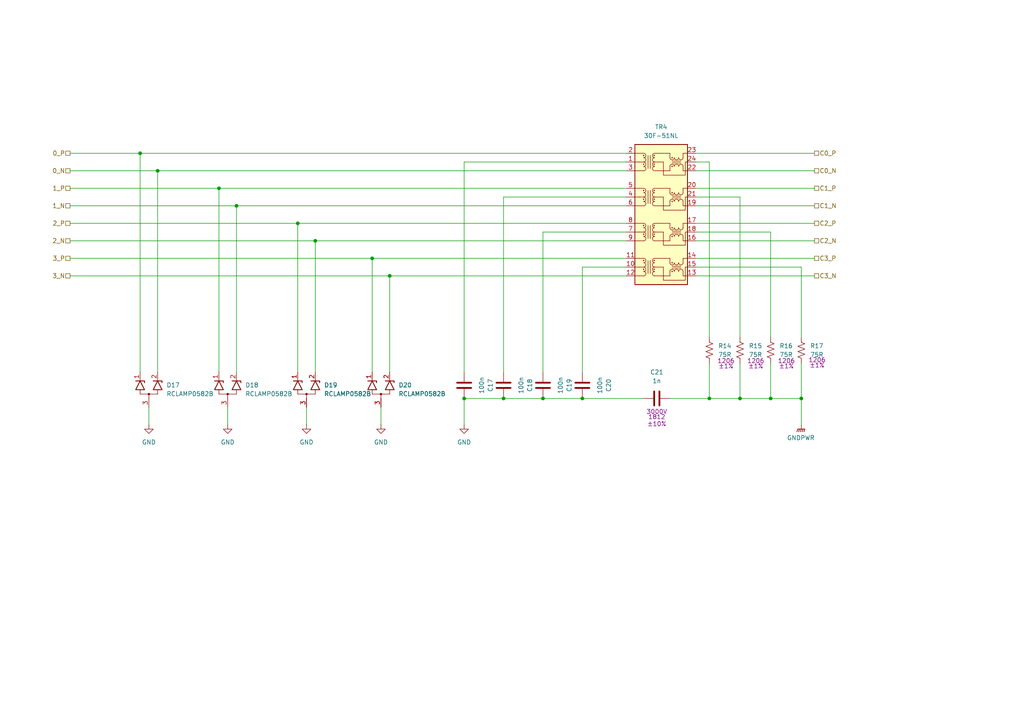
<source format=kicad_sch>
(kicad_sch (version 20250114) (generator "eeschema") (generator_version "9.0")
  (paper "A4")
  (lib_symbols
    (symbol "Device:C" (pin_numbers (hide yes)) (pin_names (offset 0.254))
      (property "Reference" "C" (at 0.635 2.54 0))
      (property "Value" "C" (at 0.635 -2.54 0))
      (symbol "C_0_1"
        (polyline (pts (xy -2.032 0.762) (xy 2.032 0.762)) (stroke (width 0.508)))
        (polyline (pts (xy -2.032 -0.762) (xy 2.032 -0.762)) (stroke (width 0.508)))
      )
      (symbol "C_1_1"
        (pin passive line (at 0 3.81 270) (length 2.794) (name "~") (number "1"))
        (pin passive line (at 0 -3.81 90) (length 2.794) (name "~") (number "2"))
      )
    )
    (symbol "Device:R_US" (pin_numbers (hide yes)) (pin_names (offset 0))
      (property "Reference" "R" (at 2.54 0 90))
      (property "Value" "R_US" (at -2.54 0 90))
      (symbol "R_US_0_1"
        (polyline (pts (xy 0 2.286) (xy 0 2.54)))
        (polyline (pts (xy 0 2.286) (xy 1.016 1.905) (xy 0 1.524) (xy -1.016 1.143) (xy 0 0.762)))
        (polyline (pts (xy 0 0.762) (xy 1.016 0.381) (xy 0 0) (xy -1.016 -0.381) (xy 0 -0.762)))
        (polyline (pts (xy 0 -0.762) (xy 1.016 -1.143) (xy 0 -1.524) (xy -1.016 -1.905) (xy 0 -2.286)))
        (polyline (pts (xy 0 -2.286) (xy 0 -2.54)))
      )
      (symbol "R_US_1_1"
        (pin passive line (at 0 3.81 270) (length 1.27) (name "~") (number "1"))
        (pin passive line (at 0 -3.81 90) (length 1.27) (name "~") (number "2"))
      )
    )
    (symbol "Power_Protection:RCLAMP0582B" (pin_names (hide yes))
      (property "Reference" "D" (at 0 5.08 0))
      (property "Value" "RCLAMP0582B" (at 0 -5.08 0))
      (symbol "RCLAMP0582B_0_1"
        (polyline (pts (xy -2.54 0) (xy -1.27 0)))
        (polyline (pts (xy -1.27 2.54) (xy -1.27 -2.54)))
        (polyline (pts (xy 0 2.54) (xy -1.27 2.54)) (stroke (width 0.1524)))
        (polyline (pts (xy 0 1.27) (xy 0 3.81) (xy 2.54 2.54) (xy 0 1.27)) (stroke (width 0.254)))
        (polyline (pts (xy 2.54 3.81) (xy 2.54 1.27) (xy 2.032 1.27)) (stroke (width 0.254)))
        (pin passive line (at -5.08 0 0) (length 2.54) (name "A") (number "3"))
      )
      (symbol "RCLAMP0582B_1_1"
        (circle (center -1.27 0) (radius 0.254) (fill (type outline)))
        (polyline (pts (xy 0 -2.54) (xy -1.27 -2.54)) (stroke (width 0.1524)))
        (polyline (pts (xy 0 -3.81) (xy 0 -1.27) (xy 2.54 -2.54) (xy 0 -3.81)) (stroke (width 0.254)))
        (polyline (pts (xy 2.54 -1.27) (xy 2.54 -3.81) (xy 2.032 -3.81)) (stroke (width 0.254)))
        (pin passive line (at 5.08 2.54 180) (length 2.54) (name "K1") (number "1"))
        (pin passive line (at 5.08 -2.54 180) (length 2.54) (name "K2") (number "2"))
      )
    )
    (symbol "Transformer:30F-51NL" (pin_names (offset 1.016) (hide yes))
      (property "Reference" "TR" (at -6.35 21.59 0))
      (property "Value" "30F-51NL" (at 2.54 21.59 0))
      (symbol "30F-51NL_0_1"
        (rectangle (start -7.62 20.32) (end 7.62 -20.32) (stroke (width 0.254)) (fill (type background)))
        (polyline (pts (xy 0.635 15.24) (xy 0.635 11.43) (xy 6.985 11.43) (xy 6.985 15.24) (xy 7.62 15.24)))
        (polyline (pts (xy 0.635 5.08) (xy 0.635 1.27) (xy 6.985 1.27) (xy 6.985 5.08) (xy 7.62 5.08)))
        (polyline (pts (xy 0.635 -5.08) (xy 0.635 -8.89) (xy 6.985 -8.89) (xy 6.985 -5.08) (xy 7.62 -5.08)))
        (polyline (pts (xy 0.635 -15.24) (xy 0.635 -19.05) (xy 6.985 -19.05) (xy 6.985 -15.24) (xy 7.62 -15.24)))
        (polyline (pts (xy 2.54 17.78) (xy 2.54 16.51)))
        (polyline (pts (xy 2.54 13.97) (xy 2.54 12.7)))
        (polyline (pts (xy 2.54 7.62) (xy 2.54 6.35)))
        (polyline (pts (xy 2.54 3.81) (xy 2.54 2.54)))
        (polyline (pts (xy 2.54 -2.54) (xy 2.54 -3.81)))
        (polyline (pts (xy 2.54 -6.35) (xy 2.54 -7.62)))
        (polyline (pts (xy 2.54 -12.7) (xy 2.54 -13.97)))
        (polyline (pts (xy 2.54 -16.51) (xy 2.54 -17.78)))
        (polyline (pts (xy 6.35 16.51) (xy 6.35 17.78)))
        (polyline (pts (xy 6.35 12.7) (xy 6.35 13.97)))
        (polyline (pts (xy 6.35 6.35) (xy 6.35 7.62)))
        (polyline (pts (xy 6.35 2.54) (xy 6.35 3.81)))
        (polyline (pts (xy 6.35 -3.81) (xy 6.35 -2.54)))
        (polyline (pts (xy 6.35 -7.62) (xy 6.35 -6.35)))
        (polyline (pts (xy 6.35 -13.97) (xy 6.35 -12.7)))
        (polyline (pts (xy 6.35 -17.78) (xy 6.35 -16.51)))
        (polyline (pts (xy 7.62 15.24) (xy 7.62 15.24)))
        (pin passive line (at -10.16 17.78 0) (length 2.54) (name "TD1+") (number "2"))
        (pin passive line (at -10.16 15.24 0) (length 2.54) (name "CT") (number "1"))
        (pin passive line (at -10.16 12.7 0) (length 2.54) (name "TD1-") (number "3"))
        (pin passive line (at -10.16 7.62 0) (length 2.54) (name "TD2+") (number "5"))
        (pin passive line (at -10.16 5.08 0) (length 2.54) (name "CT") (number "4"))
        (pin passive line (at -10.16 2.54 0) (length 2.54) (name "TD2-") (number "6"))
        (pin passive line (at -10.16 -2.54 0) (length 2.54) (name "TD3+") (number "8"))
        (pin passive line (at -10.16 -5.08 0) (length 2.54) (name "CT") (number "7"))
        (pin passive line (at -10.16 -7.62 0) (length 2.54) (name "TD3-") (number "9"))
        (pin passive line (at -10.16 -12.7 0) (length 2.54) (name "TD4+") (number "11"))
        (pin passive line (at -10.16 -15.24 0) (length 2.54) (name "CT") (number "10"))
        (pin passive line (at -10.16 -17.78 0) (length 2.54) (name "TD4-") (number "12"))
        (pin passive line (at 10.16 17.78 180) (length 2.54) (name "MX1+") (number "23"))
        (pin passive line (at 10.16 15.24 180) (length 2.54) (name "CT") (number "24"))
        (pin passive line (at 10.16 12.7 180) (length 2.54) (name "MX1-") (number "22"))
        (pin passive line (at 10.16 7.62 180) (length 2.54) (name "MX2+") (number "20"))
        (pin passive line (at 10.16 5.08 180) (length 2.54) (name "CT") (number "21"))
        (pin passive line (at 10.16 2.54 180) (length 2.54) (name "MX2-") (number "19"))
        (pin passive line (at 10.16 -2.54 180) (length 2.54) (name "MX3+") (number "17"))
        (pin passive line (at 10.16 -5.08 180) (length 2.54) (name "CT") (number "18"))
        (pin passive line (at 10.16 -7.62 180) (length 2.54) (name "MX3-") (number "16"))
        (pin passive line (at 10.16 -12.7 180) (length 2.54) (name "MX4+") (number "14"))
        (pin passive line (at 10.16 -15.24 180) (length 2.54) (name "CT") (number "15"))
        (pin passive line (at 10.16 -17.78 180) (length 2.54) (name "MX4-") (number "13"))
      )
      (symbol "30F-51NL_1_1"
        (polyline (pts (xy -7.62 17.78) (xy -6.35 17.78)))
        (polyline (pts (xy -7.62 15.24) (xy -6.35 15.24)))
        (polyline (pts (xy -7.62 12.7) (xy -6.35 12.7)))
        (polyline (pts (xy -7.62 7.62) (xy -6.35 7.62)))
        (polyline (pts (xy -7.62 5.08) (xy -6.35 5.08)))
        (polyline (pts (xy -7.62 2.54) (xy -6.35 2.54)))
        (polyline (pts (xy -7.62 -2.54) (xy -6.35 -2.54)))
        (polyline (pts (xy -7.62 -5.08) (xy -6.35 -5.08)))
        (polyline (pts (xy -7.62 -7.62) (xy -6.35 -7.62)))
        (polyline (pts (xy -7.62 -12.7) (xy -6.35 -12.7)))
        (polyline (pts (xy -7.62 -15.24) (xy -6.35 -15.24)))
        (polyline (pts (xy -7.62 -17.78) (xy -6.35 -17.78)))
        (polyline (pts (xy -6.35 17.78) (xy -5.08 17.78)))
        (polyline (pts (xy -6.35 15.24) (xy -5.08 15.24)))
        (polyline (pts (xy -6.35 12.7) (xy -5.08 12.7)))
        (polyline (pts (xy -6.35 7.62) (xy -5.08 7.62)))
        (polyline (pts (xy -6.35 5.08) (xy -5.08 5.08)))
        (polyline (pts (xy -6.35 2.54) (xy -5.08 2.54)))
        (polyline (pts (xy -6.35 -2.54) (xy -5.08 -2.54)))
        (polyline (pts (xy -6.35 -5.08) (xy -5.08 -5.08)))
        (polyline (pts (xy -6.35 -7.62) (xy -5.08 -7.62)))
        (polyline (pts (xy -6.35 -12.7) (xy -5.08 -12.7)))
        (polyline (pts (xy -6.35 -15.24) (xy -5.08 -15.24)))
        (polyline (pts (xy -6.35 -17.78) (xy -5.08 -17.78)))
        (arc (start -5.08 17.78) (mid -4.4477 17.145) (end -5.08 16.51))
        (arc (start -5.08 16.51) (mid -4.4477 15.875) (end -5.08 15.24))
        (arc (start -5.08 15.24) (mid -4.4477 14.605) (end -5.08 13.97))
        (arc (start -5.08 13.97) (mid -4.4477 13.335) (end -5.08 12.7))
        (arc (start -5.08 7.62) (mid -4.4477 6.985) (end -5.08 6.35))
        (arc (start -5.08 6.35) (mid -4.4477 5.715) (end -5.08 5.08))
        (arc (start -5.08 5.08) (mid -4.4477 4.445) (end -5.08 3.81))
        (arc (start -5.08 3.81) (mid -4.4477 3.175) (end -5.08 2.54))
        (arc (start -5.08 -2.54) (mid -4.4477 -3.175) (end -5.08 -3.81))
        (arc (start -5.08 -3.81) (mid -4.4477 -4.445) (end -5.08 -5.08))
        (arc (start -5.08 -5.08) (mid -4.4477 -5.715) (end -5.08 -6.35))
        (arc (start -5.08 -6.35) (mid -4.4477 -6.985) (end -5.08 -7.62))
        (arc (start -5.08 -12.7) (mid -4.4477 -13.335) (end -5.08 -13.97))
        (arc (start -5.08 -13.97) (mid -4.4477 -14.605) (end -5.08 -15.24))
        (arc (start -5.08 -15.24) (mid -4.4477 -15.875) (end -5.08 -16.51))
        (arc (start -5.08 -16.51) (mid -4.4477 -17.145) (end -5.08 -17.78))
        (circle (center -5.08 17.145) (radius 0.127))
        (circle (center -5.08 14.605) (radius 0.127))
        (circle (center -5.08 6.985) (radius 0.127))
        (circle (center -5.08 4.445) (radius 0.127))
        (circle (center -5.08 -3.175) (radius 0.127))
        (circle (center -5.08 -5.715) (radius 0.127))
        (circle (center -5.08 -13.335) (radius 0.127))
        (circle (center -5.08 -15.875) (radius 0.127))
        (polyline (pts (xy -3.81 13.335) (xy -3.81 17.145)))
        (polyline (pts (xy -3.81 3.175) (xy -3.81 6.985)))
        (polyline (pts (xy -3.81 -6.985) (xy -3.81 -3.175)))
        (polyline (pts (xy -3.81 -17.145) (xy -3.81 -13.335)))
        (polyline (pts (xy -3.175 13.335) (xy -3.175 17.145)))
        (polyline (pts (xy -3.175 3.175) (xy -3.175 6.985)))
        (polyline (pts (xy -3.175 -6.985) (xy -3.175 -3.175)))
        (polyline (pts (xy -3.175 -17.145) (xy -3.175 -13.335)))
        (circle (center -2.032 17.145) (radius 0.127))
        (circle (center -2.032 14.605) (radius 0.127))
        (circle (center -2.032 6.985) (radius 0.127))
        (circle (center -2.032 4.445) (radius 0.127))
        (circle (center -2.032 -3.175) (radius 0.127))
        (circle (center -2.032 -5.715) (radius 0.127))
        (circle (center -2.032 -13.335) (radius 0.127))
        (circle (center -2.032 -15.875) (radius 0.127))
        (arc (start -1.905 16.51) (mid -2.5373 17.145) (end -1.905 17.78))
        (arc (start -1.905 15.24) (mid -2.5373 15.875) (end -1.905 16.51))
        (arc (start -1.905 13.97) (mid -2.5373 14.605) (end -1.905 15.24))
        (arc (start -1.905 12.7) (mid -2.5373 13.335) (end -1.905 13.97))
        (arc (start -1.905 6.35) (mid -2.5373 6.985) (end -1.905 7.62))
        (arc (start -1.905 5.08) (mid -2.5373 5.715) (end -1.905 6.35))
        (arc (start -1.905 3.81) (mid -2.5373 4.445) (end -1.905 5.08))
        (arc (start -1.905 2.54) (mid -2.5373 3.175) (end -1.905 3.81))
        (arc (start -1.905 -3.81) (mid -2.5373 -3.175) (end -1.905 -2.54))
        (arc (start -1.905 -5.08) (mid -2.5373 -4.445) (end -1.905 -3.81))
        (arc (start -1.905 -6.35) (mid -2.5373 -5.715) (end -1.905 -5.08))
        (arc (start -1.905 -7.62) (mid -2.5373 -6.985) (end -1.905 -6.35))
        (arc (start -1.905 -13.97) (mid -2.5373 -13.335) (end -1.905 -12.7))
        (arc (start -1.905 -15.24) (mid -2.5373 -14.605) (end -1.905 -13.97))
        (arc (start -1.905 -16.51) (mid -2.5373 -15.875) (end -1.905 -15.24))
        (arc (start -1.905 -17.78) (mid -2.5373 -17.145) (end -1.905 -16.51))
        (polyline (pts (xy 0.635 15.24) (xy -1.905 15.24)))
        (polyline (pts (xy 0.635 5.08) (xy -1.905 5.08)))
        (polyline (pts (xy 0.635 -5.08) (xy -1.905 -5.08)))
        (polyline (pts (xy 0.635 -15.24) (xy -1.905 -15.24)))
        (polyline (pts (xy 2.54 17.78) (xy -1.905 17.78)))
        (polyline (pts (xy 2.54 12.7) (xy -1.905 12.7)))
        (polyline (pts (xy 2.54 7.62) (xy -1.905 7.62)))
        (polyline (pts (xy 2.54 2.54) (xy -1.905 2.54)))
        (polyline (pts (xy 2.54 -2.54) (xy -1.905 -2.54)))
        (polyline (pts (xy 2.54 -7.62) (xy -1.905 -7.62)))
        (polyline (pts (xy 2.54 -12.7) (xy -1.905 -12.7)))
        (polyline (pts (xy 2.54 -17.78) (xy -1.905 -17.78)))
        (arc (start 3.81 16.51) (mid 3.175 15.8777) (end 2.54 16.51))
        (circle (center 3.175 16.51) (radius 0.127))
        (circle (center 3.175 13.97) (radius 0.127))
        (arc (start 2.54 13.97) (mid 3.175 14.6023) (end 3.81 13.97))
        (arc (start 3.81 6.35) (mid 3.175 5.7177) (end 2.54 6.35))
        (circle (center 3.175 6.35) (radius 0.127))
        (circle (center 3.175 3.81) (radius 0.127))
        (arc (start 2.54 3.81) (mid 3.175 4.4423) (end 3.81 3.81))
        (arc (start 3.81 -3.81) (mid 3.175 -4.4423) (end 2.54 -3.81))
        (circle (center 3.175 -3.81) (radius 0.127))
        (circle (center 3.175 -6.35) (radius 0.127))
        (arc (start 2.54 -6.35) (mid 3.175 -5.7177) (end 3.81 -6.35))
        (arc (start 3.81 -13.97) (mid 3.175 -14.6023) (end 2.54 -13.97))
        (circle (center 3.175 -13.97) (radius 0.127))
        (circle (center 3.175 -16.51) (radius 0.127))
        (arc (start 2.54 -16.51) (mid 3.175 -15.8777) (end 3.81 -16.51))
        (arc (start 5.08 16.51) (mid 4.445 15.8777) (end 3.81 16.51))
        (arc (start 3.81 13.97) (mid 4.445 14.6023) (end 5.08 13.97))
        (arc (start 5.08 6.35) (mid 4.445 5.7177) (end 3.81 6.35))
        (arc (start 3.81 3.81) (mid 4.445 4.4423) (end 5.08 3.81))
        (arc (start 5.08 -3.81) (mid 4.445 -4.4423) (end 3.81 -3.81))
        (arc (start 3.81 -6.35) (mid 4.445 -5.7177) (end 5.08 -6.35))
        (arc (start 5.08 -13.97) (mid 4.445 -14.6023) (end 3.81 -13.97))
        (arc (start 3.81 -16.51) (mid 4.445 -15.8777) (end 5.08 -16.51))
        (arc (start 6.35 16.51) (mid 5.715 15.8777) (end 5.08 16.51))
        (polyline (pts (xy 5.715 15.494) (xy 3.175 15.494)))
        (polyline (pts (xy 5.715 14.986) (xy 3.175 14.986)))
        (arc (start 5.08 13.97) (mid 5.715 14.6023) (end 6.35 13.97))
        (arc (start 6.35 6.35) (mid 5.715 5.7177) (end 5.08 6.35))
        (polyline (pts (xy 5.715 5.334) (xy 3.175 5.334)))
        (polyline (pts (xy 5.715 4.826) (xy 3.175 4.826)))
        (arc (start 5.08 3.81) (mid 5.715 4.4423) (end 6.35 3.81))
        (arc (start 6.35 -3.81) (mid 5.715 -4.4423) (end 5.08 -3.81))
        (polyline (pts (xy 5.715 -4.826) (xy 3.175 -4.826)))
        (polyline (pts (xy 5.715 -5.334) (xy 3.175 -5.334)))
        (arc (start 5.08 -6.35) (mid 5.715 -5.7177) (end 6.35 -6.35))
        (arc (start 6.35 -13.97) (mid 5.715 -14.6023) (end 5.08 -13.97))
        (polyline (pts (xy 5.715 -14.986) (xy 3.175 -14.986)))
        (polyline (pts (xy 5.715 -15.494) (xy 3.175 -15.494)))
        (arc (start 5.08 -16.51) (mid 5.715 -15.8777) (end 6.35 -16.51))
        (polyline (pts (xy 7.62 17.78) (xy 6.35 17.78)))
        (polyline (pts (xy 7.62 12.7) (xy 6.35 12.7)))
        (polyline (pts (xy 7.62 7.62) (xy 6.35 7.62)))
        (polyline (pts (xy 7.62 2.54) (xy 6.35 2.54)))
        (polyline (pts (xy 7.62 -2.54) (xy 6.35 -2.54)))
        (polyline (pts (xy 7.62 -7.62) (xy 6.35 -7.62)))
        (polyline (pts (xy 7.62 -12.7) (xy 6.35 -12.7)))
        (polyline (pts (xy 7.62 -17.78) (xy 6.35 -17.78)))
      )
    )
    (symbol "power:GND" (power) (pin_numbers (hide yes)) (pin_names (offset 0) (hide yes))
      (property "Value" "GND" (at 0 -3.81 0))
      (symbol "GND_0_1"
        (polyline (pts (xy 0 0) (xy 0 -1.27) (xy 1.27 -1.27) (xy 0 -2.54) (xy -1.27 -1.27) (xy 0 -1.27)))
      )
      (symbol "GND_1_1"
        (pin power_in line (at 0 0 270) (length 0) (name "~") (number "1"))
      )
    )
    (symbol "power:GNDPWR" (power) (pin_numbers (hide yes)) (pin_names (offset 0) (hide yes))
      (property "Value" "GNDPWR" (at 0 -3.302 0))
      (symbol "GNDPWR_0_1"
        (polyline (pts (xy -1.016 -1.27) (xy -1.27 -2.032) (xy -1.27 -2.032)) (stroke (width 0.2032)))
        (polyline (pts (xy -0.508 -1.27) (xy -0.762 -2.032) (xy -0.762 -2.032)) (stroke (width 0.2032)))
        (polyline (pts (xy 0 -1.27) (xy 0 0)))
        (polyline (pts (xy 0 -1.27) (xy -0.254 -2.032) (xy -0.254 -2.032)) (stroke (width 0.2032)))
        (polyline (pts (xy 0.508 -1.27) (xy 0.254 -2.032) (xy 0.254 -2.032)) (stroke (width 0.2032)))
        (polyline (pts (xy 1.016 -1.27) (xy -1.016 -1.27) (xy -1.016 -1.27)) (stroke (width 0.2032)))
        (polyline (pts (xy 1.016 -1.27) (xy 0.762 -2.032) (xy 0.762 -2.032) (xy 0.762 -2.032)) (stroke (width 0.2032)))
      )
      (symbol "GNDPWR_1_1"
        (pin power_in line (at 0 0 270) (length 0) (name "~") (number "1"))
      )
    )
  )
  (junction (at 157.48 115.57))
  (junction (at 63.5 54.61))
  (junction (at 40.64 44.45))
  (junction (at 91.44 69.85))
  (junction (at 107.95 74.93))
  (junction (at 205.74 115.57))
  (junction (at 223.52 115.57))
  (junction (at 214.63 115.57))
  (junction (at 45.72 49.53))
  (junction (at 168.91 115.57))
  (junction (at 134.62 115.57))
  (junction (at 232.41 115.57))
  (junction (at 68.58 59.69))
  (junction (at 86.36 64.77))
  (junction (at 113.03 80.01))
  (junction (at 146.05 115.57))
  (wire (pts (xy 63.5 54.61) (xy 63.5 107.95)))
  (wire (pts (xy 186.69 115.57) (xy 168.91 115.57)))
  (wire (pts (xy 232.41 97.79) (xy 232.41 77.47)))
  (wire (pts (xy 194.31 115.57) (xy 205.74 115.57)))
  (wire (pts (xy 201.93 59.69) (xy 236.22 59.69)))
  (wire (pts (xy 20.32 44.45) (xy 40.64 44.45)))
  (wire (pts (xy 146.05 57.15) (xy 181.61 57.15)))
  (wire (pts (xy 43.18 118.11) (xy 43.18 123.19)))
  (wire (pts (xy 201.93 44.45) (xy 236.22 44.45)))
  (wire (pts (xy 201.93 80.01) (xy 236.22 80.01)))
  (wire (pts (xy 107.95 74.93) (xy 107.95 107.95)))
  (wire (pts (xy 91.44 107.95) (xy 91.44 69.85)))
  (wire (pts (xy 232.41 105.41) (xy 232.41 115.57)))
  (wire (pts (xy 223.52 67.31) (xy 201.93 67.31)))
  (wire (pts (xy 20.32 74.93) (xy 107.95 74.93)))
  (wire (pts (xy 214.63 97.79) (xy 214.63 57.15)))
  (wire (pts (xy 232.41 123.19) (xy 232.41 115.57)))
  (wire (pts (xy 68.58 107.95) (xy 68.58 59.69)))
  (wire (pts (xy 113.03 80.01) (xy 181.61 80.01)))
  (wire (pts (xy 214.63 57.15) (xy 201.93 57.15)))
  (wire (pts (xy 40.64 44.45) (xy 40.64 107.95)))
  (wire (pts (xy 205.74 105.41) (xy 205.74 115.57)))
  (wire (pts (xy 20.32 69.85) (xy 91.44 69.85)))
  (wire (pts (xy 68.58 59.69) (xy 181.61 59.69)))
  (wire (pts (xy 86.36 64.77) (xy 181.61 64.77)))
  (wire (pts (xy 134.62 46.99) (xy 181.61 46.99)))
  (wire (pts (xy 201.93 49.53) (xy 236.22 49.53)))
  (wire (pts (xy 134.62 46.99) (xy 134.62 107.95)))
  (wire (pts (xy 91.44 69.85) (xy 181.61 69.85)))
  (wire (pts (xy 205.74 97.79) (xy 205.74 46.99)))
  (wire (pts (xy 40.64 44.45) (xy 181.61 44.45)))
  (wire (pts (xy 157.48 67.31) (xy 181.61 67.31)))
  (wire (pts (xy 20.32 64.77) (xy 86.36 64.77)))
  (wire (pts (xy 107.95 74.93) (xy 181.61 74.93)))
  (wire (pts (xy 63.5 54.61) (xy 181.61 54.61)))
  (wire (pts (xy 201.93 69.85) (xy 236.22 69.85)))
  (wire (pts (xy 214.63 105.41) (xy 214.63 115.57)))
  (wire (pts (xy 88.9 118.11) (xy 88.9 123.19)))
  (wire (pts (xy 134.62 115.57) (xy 134.62 123.19)))
  (wire (pts (xy 86.36 107.95) (xy 86.36 64.77)))
  (wire (pts (xy 157.48 107.95) (xy 157.48 67.31)))
  (wire (pts (xy 232.41 77.47) (xy 201.93 77.47)))
  (wire (pts (xy 20.32 54.61) (xy 63.5 54.61)))
  (wire (pts (xy 20.32 49.53) (xy 45.72 49.53)))
  (wire (pts (xy 110.49 118.11) (xy 110.49 123.19)))
  (wire (pts (xy 223.52 115.57) (xy 232.41 115.57)))
  (wire (pts (xy 146.05 115.57) (xy 134.62 115.57)))
  (wire (pts (xy 201.93 64.77) (xy 236.22 64.77)))
  (wire (pts (xy 205.74 46.99) (xy 201.93 46.99)))
  (wire (pts (xy 201.93 74.93) (xy 236.22 74.93)))
  (wire (pts (xy 168.91 77.47) (xy 181.61 77.47)))
  (wire (pts (xy 66.04 118.11) (xy 66.04 123.19)))
  (wire (pts (xy 113.03 107.95) (xy 113.03 80.01)))
  (wire (pts (xy 45.72 49.53) (xy 45.72 107.95)))
  (wire (pts (xy 205.74 115.57) (xy 214.63 115.57)))
  (wire (pts (xy 146.05 57.15) (xy 146.05 107.95)))
  (wire (pts (xy 168.91 77.47) (xy 168.91 107.95)))
  (wire (pts (xy 20.32 59.69) (xy 68.58 59.69)))
  (wire (pts (xy 20.32 80.01) (xy 113.03 80.01)))
  (wire (pts (xy 157.48 115.57) (xy 146.05 115.57)))
  (wire (pts (xy 223.52 97.79) (xy 223.52 67.31)))
  (wire (pts (xy 201.93 54.61) (xy 236.22 54.61)))
  (wire (pts (xy 223.52 105.41) (xy 223.52 115.57)))
  (wire (pts (xy 214.63 115.57) (xy 223.52 115.57)))
  (wire (pts (xy 168.91 115.57) (xy 157.48 115.57)))
  (wire (pts (xy 45.72 49.53) (xy 181.61 49.53)))
  (hierarchical_label "1_P" (shape passive) (at 20.32 54.61 180))
  (hierarchical_label "C0_P" (shape passive) (at 236.22 44.45 0))
  (hierarchical_label "3_P" (shape passive) (at 20.32 74.93 180))
  (hierarchical_label "C3_N" (shape passive) (at 236.22 80.01 0))
  (hierarchical_label "C2_N" (shape passive) (at 236.22 69.85 0))
  (hierarchical_label "C1_P" (shape passive) (at 236.22 54.61 0))
  (hierarchical_label "0_N" (shape passive) (at 20.32 49.53 180))
  (hierarchical_label "C1_N" (shape passive) (at 236.22 59.69 0))
  (hierarchical_label "C0_N" (shape passive) (at 236.22 49.53 0))
  (hierarchical_label "2_P" (shape passive) (at 20.32 64.77 180))
  (hierarchical_label "2_N" (shape passive) (at 20.32 69.85 180))
  (hierarchical_label "0_P" (shape passive) (at 20.32 44.45 180))
  (hierarchical_label "3_N" (shape passive) (at 20.32 80.01 180))
  (hierarchical_label "C2_P" (shape passive) (at 236.22 64.77 0))
  (hierarchical_label "C3_P" (shape passive) (at 236.22 74.93 0))
  (hierarchical_label "1_N" (shape passive) (at 20.32 59.69 180))
  (symbol (lib_id "Device:R_US") (at 205.74 101.6 0) (unit 1)
    (property "Reference" "R2" (at 208.28 100.3299 0) (effects (justify left)))
    (property "Value" "75R" (at 208.28 102.8699 0) (effects (justify left)))
    (property "Footprint" "Resistor_SMD:R_0603_1608Metric" (effects (hide yes)))
    (property "Description" "Resistor, US symbol" (effects (hide yes)))
    (property "Package" "1206" (at 210.566 104.648 0))
    (property "Precision" "±1%" (at 210.566 106.172 0))
    (instances (project "" (path "" (reference "R14") (unit 1)) (path "" (reference "R6") (unit 1)) (path "" (reference "R2") (unit 1)) (path "" (reference "R33") (unit 1)) (path "" (reference "R29") (unit 1)) (path "" (reference "R21") (unit 1)) (path "" (reference "R10") (unit 1)) (path "" (reference "R25") (unit 1))))
  )
  (symbol (lib_id "Device:R_US") (at 232.41 101.6 0) (unit 1)
    (property "Reference" "R5" (at 234.95 100.3299 0) (effects (justify left)))
    (property "Value" "75R" (at 234.95 102.8699 0) (effects (justify left)))
    (property "Footprint" "Resistor_SMD:R_0603_1608Metric" (effects (hide yes)))
    (property "Description" "Resistor, US symbol" (effects (hide yes)))
    (property "Package" "1206" (at 236.982 104.394 0))
    (property "Precision" "±1%" (at 236.982 105.918 0))
    (instances (project "" (path "" (reference "R17") (unit 1)) (path "" (reference "R9") (unit 1)) (path "" (reference "R5") (unit 1)) (path "" (reference "R36") (unit 1)) (path "" (reference "R32") (unit 1)) (path "" (reference "R24") (unit 1)) (path "" (reference "R13") (unit 1)) (path "" (reference "R28") (unit 1))))
  )
  (symbol (lib_id "Device:C") (at 146.05 111.76 0) (mirror x) (unit 1)
    (property "Reference" "C3" (at 153.67 111.76 90))
    (property "Value" "100n" (at 151.13 111.76 90))
    (property "Footprint" "Capacitor_SMD:C_0402_1005Metric" (effects (hide yes)))
    (property "Description" "Unpolarized capacitor" (effects (hide yes)))
    (instances (project "" (path "" (reference "C18") (unit 1)) (path "" (reference "C8") (unit 1)) (path "" (reference "C3") (unit 1)) (path "" (reference "C41") (unit 1)) (path "" (reference "C36") (unit 1)) (path "" (reference "C26") (unit 1)) (path "" (reference "C13") (unit 1)) (path "" (reference "C31") (unit 1))))
  )
  (symbol (lib_id "Power_Protection:RCLAMP0582B") (at 88.9 113.03 90) (unit 1)
    (property "Reference" "D7" (at 93.98 111.6964 90) (effects (justify right)))
    (property "Value" "RCLAMP0582B" (at 93.98 114.2364 90) (effects (justify right)))
    (property "Footprint" "Package_TO_SOT_SMD:SOT-416" (effects (hide yes)))
    (property "Datasheet" "https://www.semtech.com/products/circuit-protection/low-capacitance/rclamp0582b" (effects (hide yes)))
    (property "Description" "Low capacitance unidirectional dual ESD protection diode, SC-75" (effects (hide yes)))
    (instances (project "" (path "" (reference "D19") (unit 1)) (path "" (reference "D11") (unit 1)) (path "" (reference "D7") (unit 1)) (path "" (reference "D35") (unit 1)) (path "" (reference "D31") (unit 1)) (path "" (reference "D23") (unit 1)) (path "" (reference "D15") (unit 1)) (path "" (reference "D27") (unit 1))))
  )
  (symbol (lib_id "power:GND") (at 110.49 123.19 0) (unit 1)
    (property "Reference" "#PWR013" (effects (hide yes)))
    (property "Value" "GND" (at 110.49 128.27 0))
    (property "Description" "Power symbol creates a global label with name \"GND\" , ground" (effects (hide yes)))
    (instances (project "" (path "" (reference "#PWR031") (unit 1)) (path "" (reference "#PWR019") (unit 1)) (path "" (reference "#PWR013") (unit 1)) (path "" (reference "#PWR064") (unit 1)) (path "" (reference "#PWR058") (unit 1)) (path "" (reference "#PWR046") (unit 1)) (path "" (reference "#PWR025") (unit 1)) (path "" (reference "#PWR052") (unit 1))))
  )
  (symbol (lib_id "power:GND") (at 88.9 123.19 0) (unit 1)
    (property "Reference" "#PWR012" (effects (hide yes)))
    (property "Value" "GND" (at 88.9 128.27 0))
    (property "Description" "Power symbol creates a global label with name \"GND\" , ground" (effects (hide yes)))
    (instances (project "" (path "" (reference "#PWR030") (unit 1)) (path "" (reference "#PWR018") (unit 1)) (path "" (reference "#PWR012") (unit 1)) (path "" (reference "#PWR063") (unit 1)) (path "" (reference "#PWR057") (unit 1)) (path "" (reference "#PWR045") (unit 1)) (path "" (reference "#PWR024") (unit 1)) (path "" (reference "#PWR051") (unit 1))))
  )
  (symbol (lib_id "power:GND") (at 134.62 123.19 0) (unit 1)
    (property "Reference" "#PWR014" (effects (hide yes)))
    (property "Value" "GND" (at 134.62 128.27 0))
    (property "Description" "Power symbol creates a global label with name \"GND\" , ground" (effects (hide yes)))
    (instances (project "" (path "" (reference "#PWR032") (unit 1)) (path "" (reference "#PWR020") (unit 1)) (path "" (reference "#PWR014") (unit 1)) (path "" (reference "#PWR065") (unit 1)) (path "" (reference "#PWR059") (unit 1)) (path "" (reference "#PWR047") (unit 1)) (path "" (reference "#PWR026") (unit 1)) (path "" (reference "#PWR053") (unit 1))))
  )
  (symbol (lib_id "Device:R_US") (at 214.63 101.6 0) (unit 1)
    (property "Reference" "R3" (at 217.17 100.3299 0) (effects (justify left)))
    (property "Value" "75R" (at 217.17 102.8699 0) (effects (justify left)))
    (property "Footprint" "Resistor_SMD:R_0603_1608Metric" (effects (hide yes)))
    (property "Description" "Resistor, US symbol" (effects (hide yes)))
    (property "Package" "1206" (at 219.202 104.648 0))
    (property "Precision" "±1%" (at 219.202 106.172 0))
    (instances (project "" (path "" (reference "R15") (unit 1)) (path "" (reference "R7") (unit 1)) (path "" (reference "R3") (unit 1)) (path "" (reference "R34") (unit 1)) (path "" (reference "R30") (unit 1)) (path "" (reference "R22") (unit 1)) (path "" (reference "R11") (unit 1)) (path "" (reference "R26") (unit 1))))
  )
  (symbol (lib_id "Device:C") (at 168.91 111.76 0) (mirror x) (unit 1)
    (property "Reference" "C5" (at 176.53 111.76 90))
    (property "Value" "100n" (at 173.99 111.76 90))
    (property "Footprint" "Capacitor_SMD:C_0402_1005Metric" (effects (hide yes)))
    (property "Description" "Unpolarized capacitor" (effects (hide yes)))
    (instances (project "" (path "" (reference "C20") (unit 1)) (path "" (reference "C10") (unit 1)) (path "" (reference "C5") (unit 1)) (path "" (reference "C43") (unit 1)) (path "" (reference "C38") (unit 1)) (path "" (reference "C28") (unit 1)) (path "" (reference "C15") (unit 1)) (path "" (reference "C33") (unit 1))))
  )
  (symbol (lib_id "Power_Protection:RCLAMP0582B") (at 110.49 113.03 90) (unit 1)
    (property "Reference" "D8" (at 115.57 111.6964 90) (effects (justify right)))
    (property "Value" "RCLAMP0582B" (at 115.57 114.2364 90) (effects (justify right)))
    (property "Footprint" "Package_TO_SOT_SMD:SOT-416" (effects (hide yes)))
    (property "Datasheet" "https://www.semtech.com/products/circuit-protection/low-capacitance/rclamp0582b" (effects (hide yes)))
    (property "Description" "Low capacitance unidirectional dual ESD protection diode, SC-75" (effects (hide yes)))
    (instances (project "" (path "" (reference "D20") (unit 1)) (path "" (reference "D12") (unit 1)) (path "" (reference "D8") (unit 1)) (path "" (reference "D36") (unit 1)) (path "" (reference "D32") (unit 1)) (path "" (reference "D24") (unit 1)) (path "" (reference "D16") (unit 1)) (path "" (reference "D28") (unit 1))))
  )
  (symbol (lib_id "power:GNDPWR") (at 232.41 123.19 0) (unit 1)
    (property "Reference" "#PWR015" (effects (hide yes)))
    (property "Value" "GNDPWR" (at 232.283 127 0))
    (property "Description" "Power symbol creates a global label with name \"GNDPWR\" , global ground" (effects (hide yes)))
    (instances (project "" (path "" (reference "#PWR033") (unit 1)) (path "" (reference "#PWR021") (unit 1)) (path "" (reference "#PWR015") (unit 1)) (path "" (reference "#PWR066") (unit 1)) (path "" (reference "#PWR060") (unit 1)) (path "" (reference "#PWR048") (unit 1)) (path "" (reference "#PWR027") (unit 1)) (path "" (reference "#PWR054") (unit 1))))
  )
  (symbol (lib_id "Device:C") (at 190.5 115.57 270) (mirror x) (unit 1)
    (property "Reference" "C6" (at 190.5 107.95 90))
    (property "Value" "1n" (at 190.5 110.49 90))
    (property "Footprint" "Capacitor_SMD:C_1812_4532Metric" (effects (hide yes)))
    (property "Description" "Unpolarized capacitor" (effects (hide yes)))
    (property "Tension" "3000V" (at 190.5 119.38 90))
    (property "Package" "1812" (at 190.5 120.904 90))
    (property "Precision" "±10%" (at 190.5 122.936 90))
    (property "MPN" "C1812C102KHRACTU" (effects (hide yes)))
    (instances (project "" (path "" (reference "C21") (unit 1)) (path "" (reference "C11") (unit 1)) (path "" (reference "C6") (unit 1)) (path "" (reference "C44") (unit 1)) (path "" (reference "C39") (unit 1)) (path "" (reference "C29") (unit 1)) (path "" (reference "C16") (unit 1)) (path "" (reference "C34") (unit 1))))
  )
  (symbol (lib_id "Device:C") (at 134.62 111.76 0) (mirror x) (unit 1)
    (property "Reference" "C2" (at 142.24 111.76 90))
    (property "Value" "100n" (at 139.7 111.76 90))
    (property "Footprint" "Capacitor_SMD:C_0402_1005Metric" (effects (hide yes)))
    (property "Description" "Unpolarized capacitor" (effects (hide yes)))
    (instances (project "" (path "" (reference "C17") (unit 1)) (path "" (reference "C7") (unit 1)) (path "" (reference "C2") (unit 1)) (path "" (reference "C40") (unit 1)) (path "" (reference "C35") (unit 1)) (path "" (reference "C25") (unit 1)) (path "" (reference "C12") (unit 1)) (path "" (reference "C30") (unit 1))))
  )
  (symbol (lib_id "Transformer:30F-51NL") (at 191.77 62.23 0) (unit 1)
    (property "Reference" "TR1" (at 191.77 36.83 0))
    (property "Value" "30F-51NL" (at 191.77 39.37 0))
    (property "Footprint" "Transformer_SMD:Transformer_Ethernet_YDS_30F-51NL_SO-24_7.1x15.1mm" (effects (hide yes)))
    (property "Datasheet" "https://datasheet.lcsc.com/lcsc/1811051610_Shanghai-YDS-Tech-30F-51NL_C123168.pdf" (effects (hide yes)))
    (property "Description" "1CT:1CT 10/100/1000 Base-T Ethernet Transformer, SMD-24" (effects (hide yes)))
    (instances (project "" (path "" (reference "TR4") (unit 1)) (path "" (reference "TR2") (unit 1)) (path "" (reference "TR1") (unit 1)) (path "" (reference "TR8") (unit 1)) (path "" (reference "TR7") (unit 1)) (path "" (reference "TR5") (unit 1)) (path "" (reference "TR3") (unit 1)) (path "" (reference "TR6") (unit 1))))
  )
  (symbol (lib_id "power:GND") (at 43.18 123.19 0) (unit 1)
    (property "Reference" "#PWR010" (effects (hide yes)))
    (property "Value" "GND" (at 43.18 128.27 0))
    (property "Description" "Power symbol creates a global label with name \"GND\" , ground" (effects (hide yes)))
    (instances (project "" (path "" (reference "#PWR028") (unit 1)) (path "" (reference "#PWR016") (unit 1)) (path "" (reference "#PWR010") (unit 1)) (path "" (reference "#PWR061") (unit 1)) (path "" (reference "#PWR055") (unit 1)) (path "" (reference "#PWR043") (unit 1)) (path "" (reference "#PWR022") (unit 1)) (path "" (reference "#PWR049") (unit 1))))
  )
  (symbol (lib_id "Device:R_US") (at 223.52 101.6 0) (unit 1)
    (property "Reference" "R4" (at 226.06 100.3299 0) (effects (justify left)))
    (property "Value" "75R" (at 226.06 102.8699 0) (effects (justify left)))
    (property "Footprint" "Resistor_SMD:R_0603_1608Metric" (effects (hide yes)))
    (property "Description" "Resistor, US symbol" (effects (hide yes)))
    (property "Package" "1206" (at 228.092 104.648 0))
    (property "Precision" "±1%" (at 228.092 106.172 0))
    (instances (project "" (path "" (reference "R16") (unit 1)) (path "" (reference "R8") (unit 1)) (path "" (reference "R4") (unit 1)) (path "" (reference "R35") (unit 1)) (path "" (reference "R31") (unit 1)) (path "" (reference "R23") (unit 1)) (path "" (reference "R12") (unit 1)) (path "" (reference "R27") (unit 1))))
  )
  (symbol (lib_id "power:GND") (at 66.04 123.19 0) (unit 1)
    (property "Reference" "#PWR011" (effects (hide yes)))
    (property "Value" "GND" (at 66.04 128.27 0))
    (property "Description" "Power symbol creates a global label with name \"GND\" , ground" (effects (hide yes)))
    (instances (project "" (path "" (reference "#PWR029") (unit 1)) (path "" (reference "#PWR017") (unit 1)) (path "" (reference "#PWR011") (unit 1)) (path "" (reference "#PWR062") (unit 1)) (path "" (reference "#PWR056") (unit 1)) (path "" (reference "#PWR044") (unit 1)) (path "" (reference "#PWR023") (unit 1)) (path "" (reference "#PWR050") (unit 1))))
  )
  (symbol (lib_id "Power_Protection:RCLAMP0582B") (at 66.04 113.03 90) (unit 1)
    (property "Reference" "D6" (at 71.12 111.6964 90) (effects (justify right)))
    (property "Value" "RCLAMP0582B" (at 71.12 114.2364 90) (effects (justify right)))
    (property "Footprint" "Package_TO_SOT_SMD:SOT-416" (effects (hide yes)))
    (property "Datasheet" "https://www.semtech.com/products/circuit-protection/low-capacitance/rclamp0582b" (effects (hide yes)))
    (property "Description" "Low capacitance unidirectional dual ESD protection diode, SC-75" (effects (hide yes)))
    (instances (project "" (path "" (reference "D18") (unit 1)) (path "" (reference "D10") (unit 1)) (path "" (reference "D6") (unit 1)) (path "" (reference "D34") (unit 1)) (path "" (reference "D30") (unit 1)) (path "" (reference "D22") (unit 1)) (path "" (reference "D14") (unit 1)) (path "" (reference "D26") (unit 1))))
  )
  (symbol (lib_id "Power_Protection:RCLAMP0582B") (at 43.18 113.03 90) (unit 1)
    (property "Reference" "D5" (at 48.26 111.6964 90) (effects (justify right)))
    (property "Value" "RCLAMP0582B" (at 48.26 114.2364 90) (effects (justify right)))
    (property "Footprint" "Package_TO_SOT_SMD:SOT-416" (effects (hide yes)))
    (property "Datasheet" "https://www.semtech.com/products/circuit-protection/low-capacitance/rclamp0582b" (effects (hide yes)))
    (property "Description" "Low capacitance unidirectional dual ESD protection diode, SC-75" (effects (hide yes)))
    (instances (project "" (path "" (reference "D17") (unit 1)) (path "" (reference "D9") (unit 1)) (path "" (reference "D5") (unit 1)) (path "" (reference "D33") (unit 1)) (path "" (reference "D29") (unit 1)) (path "" (reference "D21") (unit 1)) (path "" (reference "D13") (unit 1)) (path "" (reference "D25") (unit 1))))
  )
  (symbol (lib_id "Device:C") (at 157.48 111.76 0) (mirror x) (unit 1)
    (property "Reference" "C4" (at 165.1 111.76 90))
    (property "Value" "100n" (at 162.56 111.76 90))
    (property "Footprint" "Capacitor_SMD:C_0402_1005Metric" (effects (hide yes)))
    (property "Description" "Unpolarized capacitor" (effects (hide yes)))
    (instances (project "" (path "" (reference "C19") (unit 1)) (path "" (reference "C9") (unit 1)) (path "" (reference "C4") (unit 1)) (path "" (reference "C42") (unit 1)) (path "" (reference "C37") (unit 1)) (path "" (reference "C27") (unit 1)) (path "" (reference "C14") (unit 1)) (path "" (reference "C32") (unit 1))))
  )
)
</source>
